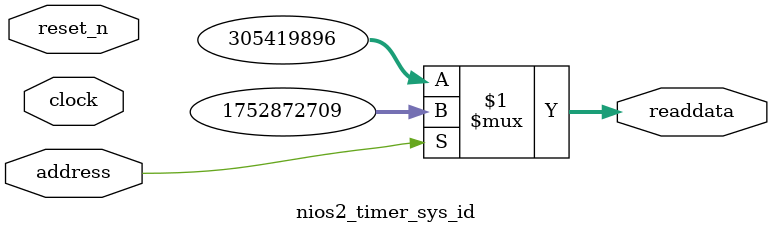
<source format=v>



// synthesis translate_off
`timescale 1ns / 1ps
// synthesis translate_on

// turn off superfluous verilog processor warnings 
// altera message_level Level1 
// altera message_off 10034 10035 10036 10037 10230 10240 10030 

module nios2_timer_sys_id (
               // inputs:
                address,
                clock,
                reset_n,

               // outputs:
                readdata
             )
;

  output  [ 31: 0] readdata;
  input            address;
  input            clock;
  input            reset_n;

  wire    [ 31: 0] readdata;
  //control_slave, which is an e_avalon_slave
  assign readdata = address ? 1752872709 : 305419896;

endmodule



</source>
